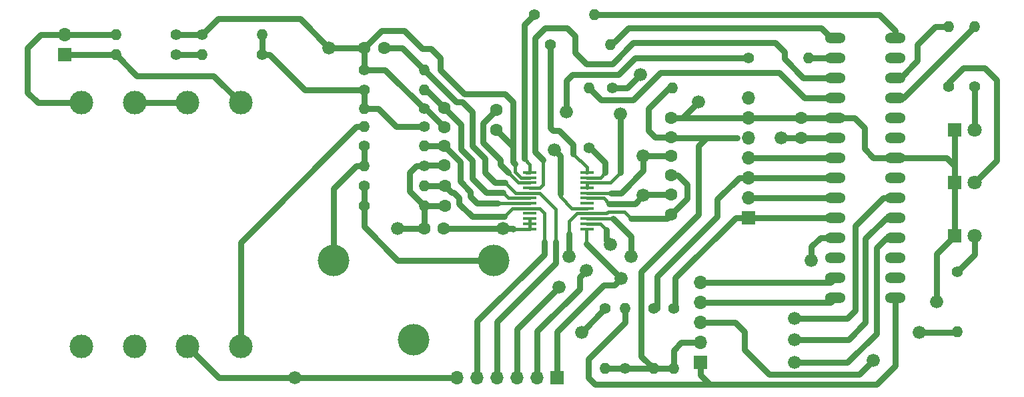
<source format=gbl>
G04 #@! TF.GenerationSoftware,KiCad,Pcbnew,(5.0.0)*
G04 #@! TF.CreationDate,2018-12-01T14:38:14-05:00*
G04 #@! TF.ProjectId,Power Sense 3.0,506F7765722053656E736520332E302E,rev?*
G04 #@! TF.SameCoordinates,Original*
G04 #@! TF.FileFunction,Copper,L2,Bot,Signal*
G04 #@! TF.FilePolarity,Positive*
%FSLAX46Y46*%
G04 Gerber Fmt 4.6, Leading zero omitted, Abs format (unit mm)*
G04 Created by KiCad (PCBNEW (5.0.0)) date 12/01/18 14:38:14*
%MOMM*%
%LPD*%
G01*
G04 APERTURE LIST*
G04 #@! TA.AperFunction,ComponentPad*
%ADD10C,3.000000*%
G04 #@! TD*
G04 #@! TA.AperFunction,ComponentPad*
%ADD11O,1.400000X1.400000*%
G04 #@! TD*
G04 #@! TA.AperFunction,ComponentPad*
%ADD12C,1.400000*%
G04 #@! TD*
G04 #@! TA.AperFunction,ComponentPad*
%ADD13C,1.600000*%
G04 #@! TD*
G04 #@! TA.AperFunction,ComponentPad*
%ADD14R,1.800000X1.800000*%
G04 #@! TD*
G04 #@! TA.AperFunction,ComponentPad*
%ADD15C,1.800000*%
G04 #@! TD*
G04 #@! TA.AperFunction,SMDPad,CuDef*
%ADD16R,1.676400X0.431800*%
G04 #@! TD*
G04 #@! TA.AperFunction,ComponentPad*
%ADD17R,1.700000X1.700000*%
G04 #@! TD*
G04 #@! TA.AperFunction,ComponentPad*
%ADD18O,1.700000X1.700000*%
G04 #@! TD*
G04 #@! TA.AperFunction,ComponentPad*
%ADD19C,4.000000*%
G04 #@! TD*
G04 #@! TA.AperFunction,ComponentPad*
%ADD20O,2.641600X1.320800*%
G04 #@! TD*
G04 #@! TA.AperFunction,ComponentPad*
%ADD21C,1.676400*%
G04 #@! TD*
G04 #@! TA.AperFunction,ViaPad*
%ADD22C,1.676400*%
G04 #@! TD*
G04 #@! TA.AperFunction,Conductor*
%ADD23C,0.762000*%
G04 #@! TD*
G04 #@! TA.AperFunction,Conductor*
%ADD24C,0.406400*%
G04 #@! TD*
G04 APERTURE END LIST*
D10*
G04 #@! TO.P,T2,1*
G04 #@! TO.N,/H*
X98996500Y-65659000D03*
G04 #@! TO.P,T2,2*
G04 #@! TO.N,Net-(T2-Pad2)*
X92265500Y-65659000D03*
G04 #@! TO.P,T2,3*
X85534500Y-65659000D03*
G04 #@! TO.P,T2,4*
G04 #@! TO.N,/N*
X78803500Y-65659000D03*
G04 #@! TO.P,T2,5*
G04 #@! TO.N,Net-(R5-Pad2)*
X98996500Y-96647000D03*
G04 #@! TO.P,T2,6*
G04 #@! TO.N,GND*
X92265500Y-96647000D03*
G04 #@! TO.P,T2,7*
G04 #@! TO.N,Net-(T2-Pad7)*
X85534500Y-96647000D03*
G04 #@! TO.P,T2,8*
G04 #@! TO.N,Net-(T2-Pad8)*
X78803500Y-96647000D03*
G04 #@! TD*
D11*
G04 #@! TO.P,R16,2*
G04 #@! TO.N,/+5V*
X151447500Y-99441000D03*
D12*
G04 #@! TO.P,R16,1*
G04 #@! TO.N,/SPI_CLK*
X151447500Y-91821000D03*
G04 #@! TD*
D13*
G04 #@! TO.P,C1,1*
G04 #@! TO.N,GND*
X124968000Y-78740000D03*
G04 #@! TO.P,C1,2*
G04 #@! TO.N,/CH0+*
X124968000Y-76240000D03*
G04 #@! TD*
G04 #@! TO.P,C2,1*
G04 #@! TO.N,Net-(C2-Pad1)*
X124841000Y-71120000D03*
G04 #@! TO.P,C2,2*
G04 #@! TO.N,GND*
X124841000Y-73620000D03*
G04 #@! TD*
G04 #@! TO.P,C3,1*
G04 #@! TO.N,GND*
X124841000Y-68794000D03*
G04 #@! TO.P,C3,2*
G04 #@! TO.N,Net-(C3-Pad2)*
X124841000Y-66294000D03*
G04 #@! TD*
G04 #@! TO.P,C4,1*
G04 #@! TO.N,/CH1+*
X117221000Y-58674000D03*
G04 #@! TO.P,C4,2*
G04 #@! TO.N,GND*
X114721000Y-58674000D03*
G04 #@! TD*
G04 #@! TO.P,C5,1*
G04 #@! TO.N,Net-(C5-Pad1)*
X131445000Y-66588000D03*
G04 #@! TO.P,C5,2*
G04 #@! TO.N,GND*
X131445000Y-69088000D03*
G04 #@! TD*
G04 #@! TO.P,C6,1*
G04 #@! TO.N,GND*
X122301000Y-81661000D03*
G04 #@! TO.P,C6,2*
G04 #@! TO.N,Net-(C6-Pad2)*
X124801000Y-81661000D03*
G04 #@! TD*
G04 #@! TO.P,C7,1*
G04 #@! TO.N,GND*
X153670000Y-67564000D03*
G04 #@! TO.P,C7,2*
G04 #@! TO.N,/+5V*
X153670000Y-70064000D03*
G04 #@! TD*
G04 #@! TO.P,C8,1*
G04 #@! TO.N,Net-(C8-Pad1)*
X153670000Y-77343000D03*
G04 #@! TO.P,C8,2*
G04 #@! TO.N,GND*
X153670000Y-79843000D03*
G04 #@! TD*
G04 #@! TO.P,C9,1*
G04 #@! TO.N,Net-(C9-Pad1)*
X153670000Y-72390000D03*
G04 #@! TO.P,C9,2*
G04 #@! TO.N,GND*
X153670000Y-74890000D03*
G04 #@! TD*
G04 #@! TO.P,C10,1*
G04 #@! TO.N,Net-(C10-Pad1)*
X170180000Y-70104000D03*
G04 #@! TO.P,C10,2*
G04 #@! TO.N,GND*
X170180000Y-67604000D03*
G04 #@! TD*
D14*
G04 #@! TO.P,D1,1*
G04 #@! TO.N,GND*
X189611000Y-82550000D03*
D15*
G04 #@! TO.P,D1,2*
G04 #@! TO.N,Net-(D1-Pad2)*
X192151000Y-82550000D03*
G04 #@! TD*
D14*
G04 #@! TO.P,D2,1*
G04 #@! TO.N,GND*
X189611000Y-69088000D03*
D15*
G04 #@! TO.P,D2,2*
G04 #@! TO.N,Net-(D2-Pad2)*
X192151000Y-69088000D03*
G04 #@! TD*
D14*
G04 #@! TO.P,D3,1*
G04 #@! TO.N,GND*
X189611000Y-75819000D03*
D15*
G04 #@! TO.P,D3,2*
G04 #@! TO.N,Net-(D3-Pad2)*
X192151000Y-75819000D03*
G04 #@! TD*
D16*
G04 #@! TO.P,IC1,1*
G04 #@! TO.N,Net-(C6-Pad2)*
X135699500Y-81679999D03*
G04 #@! TO.P,IC1,2*
X135699500Y-81030000D03*
G04 #@! TO.P,IC1,3*
X135699500Y-80380002D03*
G04 #@! TO.P,IC1,4*
G04 #@! TO.N,Net-(IC1-Pad4)*
X135699500Y-79730001D03*
G04 #@! TO.P,IC1,5*
G04 #@! TO.N,/CH0+*
X135699500Y-79080002D03*
G04 #@! TO.P,IC1,6*
G04 #@! TO.N,Net-(C2-Pad1)*
X135699500Y-78430001D03*
G04 #@! TO.P,IC1,7*
G04 #@! TO.N,Net-(C3-Pad2)*
X135699500Y-77780002D03*
G04 #@! TO.P,IC1,8*
G04 #@! TO.N,/CH1+*
X135699500Y-77130001D03*
G04 #@! TO.P,IC1,9*
G04 #@! TO.N,/MCLR*
X135699500Y-76480002D03*
G04 #@! TO.P,IC1,10*
G04 #@! TO.N,Net-(C5-Pad1)*
X135699500Y-75830001D03*
G04 #@! TO.P,IC1,11*
G04 #@! TO.N,GND*
X135699500Y-75180002D03*
G04 #@! TO.P,IC1,12*
G04 #@! TO.N,/SCK*
X135699500Y-74530001D03*
G04 #@! TO.P,IC1,13*
G04 #@! TO.N,/SDI*
X142938500Y-74530001D03*
G04 #@! TO.P,IC1,14*
G04 #@! TO.N,/MCP_CS_TO_PIC*
X142938500Y-75180000D03*
G04 #@! TO.P,IC1,15*
G04 #@! TO.N,GND*
X142938500Y-75830001D03*
G04 #@! TO.P,IC1,16*
X142938500Y-76479999D03*
G04 #@! TO.P,IC1,17*
G04 #@! TO.N,Net-(C9-Pad1)*
X142938500Y-77130001D03*
G04 #@! TO.P,IC1,18*
G04 #@! TO.N,Net-(C8-Pad1)*
X142938500Y-77779999D03*
G04 #@! TO.P,IC1,19*
G04 #@! TO.N,Net-(IC1-Pad19)*
X142938500Y-78429998D03*
G04 #@! TO.P,IC1,20*
G04 #@! TO.N,/SDO*
X142938500Y-79079999D03*
G04 #@! TO.P,IC1,21*
G04 #@! TO.N,GND*
X142938500Y-79729998D03*
G04 #@! TO.P,IC1,22*
G04 #@! TO.N,/HFtoPIC*
X142938500Y-80379999D03*
G04 #@! TO.P,IC1,23*
G04 #@! TO.N,/Fo1toPIC*
X142938500Y-81029998D03*
G04 #@! TO.P,IC1,24*
G04 #@! TO.N,/Fo0toPIC*
X142938500Y-81679999D03*
G04 #@! TD*
D17*
G04 #@! TO.P,J1,1*
G04 #@! TO.N,/H*
X76657200Y-59512200D03*
D18*
G04 #@! TO.P,J1,2*
G04 #@! TO.N,/N*
X76657200Y-56972200D03*
G04 #@! TD*
D17*
G04 #@! TO.P,J2,1*
G04 #@! TO.N,/5V_PULL_UP*
X157353000Y-98679000D03*
D18*
G04 #@! TO.P,J2,2*
G04 #@! TO.N,/+5V*
X157353000Y-96139000D03*
G04 #@! TO.P,J2,3*
G04 #@! TO.N,GND*
X157353000Y-93599000D03*
G04 #@! TO.P,J2,4*
G04 #@! TO.N,/PROG_CLK*
X157353000Y-91059000D03*
G04 #@! TO.P,J2,5*
G04 #@! TO.N,/PROG_DI*
X157353000Y-88519000D03*
G04 #@! TD*
D12*
G04 #@! TO.P,R2,1*
G04 #@! TO.N,Net-(R2-Pad1)*
X114681000Y-78740000D03*
D11*
G04 #@! TO.P,R2,2*
G04 #@! TO.N,GND*
X122301000Y-78740000D03*
G04 #@! TD*
D12*
G04 #@! TO.P,R3,1*
G04 #@! TO.N,GND*
X122301000Y-73660000D03*
D11*
G04 #@! TO.P,R3,2*
G04 #@! TO.N,Net-(R3-Pad2)*
X114681000Y-73660000D03*
G04 #@! TD*
D12*
G04 #@! TO.P,R6,1*
G04 #@! TO.N,Net-(R2-Pad1)*
X114681000Y-76200000D03*
D11*
G04 #@! TO.P,R6,2*
G04 #@! TO.N,/CH0+*
X122301000Y-76200000D03*
G04 #@! TD*
D12*
G04 #@! TO.P,R7,1*
G04 #@! TO.N,Net-(R3-Pad2)*
X114681000Y-71120000D03*
D11*
G04 #@! TO.P,R7,2*
G04 #@! TO.N,Net-(C2-Pad1)*
X122301000Y-71120000D03*
G04 #@! TD*
D12*
G04 #@! TO.P,R8,1*
G04 #@! TO.N,Net-(R1-Pad1)*
X114681000Y-64008000D03*
D11*
G04 #@! TO.P,R8,2*
G04 #@! TO.N,Net-(C3-Pad2)*
X122301000Y-64008000D03*
G04 #@! TD*
D12*
G04 #@! TO.P,R9,1*
G04 #@! TO.N,GND*
X114681000Y-61468000D03*
D11*
G04 #@! TO.P,R9,2*
G04 #@! TO.N,/CH1+*
X122301000Y-61468000D03*
G04 #@! TD*
D12*
G04 #@! TO.P,R10,1*
G04 #@! TO.N,Net-(D1-Pad2)*
X189992000Y-87122000D03*
D11*
G04 #@! TO.P,R10,2*
G04 #@! TO.N,/LED_TO_25*
X189992000Y-94742000D03*
G04 #@! TD*
D12*
G04 #@! TO.P,R11,1*
G04 #@! TO.N,Net-(C6-Pad2)*
X145288000Y-91821000D03*
D11*
G04 #@! TO.P,R11,2*
G04 #@! TO.N,/+5V*
X145288000Y-99441000D03*
G04 #@! TD*
D12*
G04 #@! TO.P,R13,1*
G04 #@! TO.N,/+5V*
X147828000Y-99441000D03*
D11*
G04 #@! TO.P,R13,2*
G04 #@! TO.N,/5V_PULL_UP*
X147828000Y-91821000D03*
G04 #@! TD*
D12*
G04 #@! TO.P,R14,1*
G04 #@! TO.N,Net-(C10-Pad1)*
X146177000Y-63754000D03*
D11*
G04 #@! TO.P,R14,2*
G04 #@! TO.N,/+5V*
X153797000Y-63754000D03*
G04 #@! TD*
D12*
G04 #@! TO.P,R15,1*
G04 #@! TO.N,/SPI_MD_IN*
X153987500Y-91821000D03*
D11*
G04 #@! TO.P,R15,2*
G04 #@! TO.N,/+5V*
X153987500Y-99441000D03*
G04 #@! TD*
D12*
G04 #@! TO.P,R17,1*
G04 #@! TO.N,/SCK*
X136271000Y-54483000D03*
D11*
G04 #@! TO.P,R17,2*
G04 #@! TO.N,Net-(R17-Pad2)*
X143891000Y-54483000D03*
G04 #@! TD*
D12*
G04 #@! TO.P,R18,1*
G04 #@! TO.N,/SDI*
X138303000Y-58293000D03*
D11*
G04 #@! TO.P,R18,2*
G04 #@! TO.N,Net-(R18-Pad2)*
X145923000Y-58293000D03*
G04 #@! TD*
D12*
G04 #@! TO.P,R19,1*
G04 #@! TO.N,/SDO*
X163449000Y-59944000D03*
D11*
G04 #@! TO.P,R19,2*
G04 #@! TO.N,Net-(R19-Pad2)*
X171069000Y-59944000D03*
G04 #@! TD*
D12*
G04 #@! TO.P,R21,1*
G04 #@! TO.N,/MCP_CS_TO_PIC*
X143256000Y-71374000D03*
D11*
G04 #@! TO.P,R21,2*
G04 #@! TO.N,Net-(R21-Pad2)*
X143256000Y-63754000D03*
G04 #@! TD*
D12*
G04 #@! TO.P,R22,1*
G04 #@! TO.N,Net-(D2-Pad2)*
X192151000Y-63627000D03*
D11*
G04 #@! TO.P,R22,2*
G04 #@! TO.N,/LED_TO_11*
X192151000Y-56007000D03*
G04 #@! TD*
D12*
G04 #@! TO.P,R23,1*
G04 #@! TO.N,Net-(D3-Pad2)*
X188849000Y-63627000D03*
D11*
G04 #@! TO.P,R23,2*
G04 #@! TO.N,/LED_TO_12*
X188849000Y-56007000D03*
G04 #@! TD*
D19*
G04 #@! TO.P,T1,3*
G04 #@! TO.N,N/C*
X120967500Y-95811500D03*
G04 #@! TO.P,T1,2*
G04 #@! TO.N,Net-(R3-Pad2)*
X110807500Y-85671500D03*
G04 #@! TO.P,T1,1*
G04 #@! TO.N,Net-(R2-Pad1)*
X131127500Y-85671500D03*
G04 #@! TD*
D20*
G04 #@! TO.P,U1,1*
G04 #@! TO.N,/5V_PULL_UP*
X182118000Y-90424000D03*
G04 #@! TO.P,U1,2*
G04 #@! TO.N,Net-(U1-Pad2)*
X182118000Y-87884000D03*
G04 #@! TO.P,U1,3*
G04 #@! TO.N,Net-(U1-Pad3)*
X182118000Y-85344000D03*
G04 #@! TO.P,U1,4*
G04 #@! TO.N,/Fo0toPIC*
X182118000Y-82804000D03*
G04 #@! TO.P,U1,5*
G04 #@! TO.N,/HFtoPIC*
X182118000Y-80264000D03*
G04 #@! TO.P,U1,6*
G04 #@! TO.N,/Fo1toPIC*
X182118000Y-77724000D03*
G04 #@! TO.P,U1,7*
G04 #@! TO.N,Net-(U1-Pad7)*
X182118000Y-75184000D03*
G04 #@! TO.P,U1,8*
G04 #@! TO.N,GND*
X182118000Y-72644000D03*
G04 #@! TO.P,U1,9*
G04 #@! TO.N,Net-(U1-Pad9)*
X182118000Y-70104000D03*
G04 #@! TO.P,U1,10*
G04 #@! TO.N,Net-(U1-Pad10)*
X182118000Y-67564000D03*
G04 #@! TO.P,U1,11*
G04 #@! TO.N,/LED_TO_11*
X182118000Y-65024000D03*
G04 #@! TO.P,U1,12*
G04 #@! TO.N,/LED_TO_12*
X182118000Y-62484000D03*
G04 #@! TO.P,U1,13*
G04 #@! TO.N,Net-(U1-Pad13)*
X182118000Y-59944000D03*
G04 #@! TO.P,U1,14*
G04 #@! TO.N,Net-(R17-Pad2)*
X182118000Y-57404000D03*
G04 #@! TO.P,U1,15*
G04 #@! TO.N,Net-(R18-Pad2)*
X174498000Y-57404000D03*
G04 #@! TO.P,U1,16*
G04 #@! TO.N,Net-(R19-Pad2)*
X174498000Y-59944000D03*
G04 #@! TO.P,U1,17*
G04 #@! TO.N,/MCLR*
X174498000Y-62484000D03*
G04 #@! TO.P,U1,18*
G04 #@! TO.N,Net-(R21-Pad2)*
X174498000Y-65024000D03*
G04 #@! TO.P,U1,19*
G04 #@! TO.N,GND*
X174498000Y-67564000D03*
G04 #@! TO.P,U1,20*
G04 #@! TO.N,Net-(C10-Pad1)*
X174498000Y-70104000D03*
G04 #@! TO.P,U1,21*
G04 #@! TO.N,/CHIP_SELECT*
X174498000Y-72644000D03*
G04 #@! TO.P,U1,22*
G04 #@! TO.N,/SPI_CLK*
X174498000Y-75184000D03*
G04 #@! TO.P,U1,23*
G04 #@! TO.N,/SPI_MD_OUT*
X174498000Y-77724000D03*
G04 #@! TO.P,U1,24*
G04 #@! TO.N,/SPI_MD_IN*
X174498000Y-80264000D03*
G04 #@! TO.P,U1,25*
G04 #@! TO.N,/LED_TO_25*
X174498000Y-82804000D03*
G04 #@! TO.P,U1,26*
G04 #@! TO.N,Net-(U1-Pad26)*
X174498000Y-85344000D03*
G04 #@! TO.P,U1,27*
G04 #@! TO.N,/PROG_DI*
X174498000Y-87884000D03*
G04 #@! TO.P,U1,28*
G04 #@! TO.N,/PROG_CLK*
X174498000Y-90424000D03*
G04 #@! TD*
D21*
G04 #@! TO.P,Y1,1*
G04 #@! TO.N,Net-(C8-Pad1)*
X150114000Y-77430000D03*
G04 #@! TO.P,Y1,2*
G04 #@! TO.N,Net-(C9-Pad1)*
X150114000Y-72430000D03*
G04 #@! TD*
D12*
G04 #@! TO.P,R12,1*
G04 #@! TO.N,GND*
X122301000Y-66421000D03*
D11*
G04 #@! TO.P,R12,2*
G04 #@! TO.N,Net-(R1-Pad1)*
X114681000Y-66421000D03*
G04 #@! TD*
D12*
G04 #@! TO.P,R1,1*
G04 #@! TO.N,Net-(R1-Pad1)*
X101727000Y-59563000D03*
D11*
G04 #@! TO.P,R1,2*
G04 #@! TO.N,Net-(R1-Pad2)*
X94107000Y-59563000D03*
G04 #@! TD*
D12*
G04 #@! TO.P,R4,1*
G04 #@! TO.N,GND*
X94107000Y-57023000D03*
D11*
G04 #@! TO.P,R4,2*
G04 #@! TO.N,Net-(R1-Pad1)*
X101727000Y-57023000D03*
G04 #@! TD*
G04 #@! TO.P,R5,2*
G04 #@! TO.N,Net-(R5-Pad2)*
X114681000Y-68707000D03*
D12*
G04 #@! TO.P,R5,1*
G04 #@! TO.N,Net-(R1-Pad1)*
X122301000Y-68707000D03*
G04 #@! TD*
D18*
G04 #@! TO.P,J4,6*
G04 #@! TO.N,GND*
X126492000Y-100584000D03*
G04 #@! TO.P,J4,5*
G04 #@! TO.N,/CH0+*
X129032000Y-100584000D03*
G04 #@! TO.P,J4,4*
G04 #@! TO.N,/CH1+*
X131572000Y-100584000D03*
G04 #@! TO.P,J4,3*
G04 #@! TO.N,/HFtoPIC*
X134112000Y-100584000D03*
G04 #@! TO.P,J4,2*
G04 #@! TO.N,/Fo1toPIC*
X136652000Y-100584000D03*
D17*
G04 #@! TO.P,J4,1*
G04 #@! TO.N,/Fo0toPIC*
X139192000Y-100584000D03*
G04 #@! TD*
D12*
G04 #@! TO.P,R20,1*
G04 #@! TO.N,Net-(R1-Pad2)*
X90805000Y-59563000D03*
D11*
G04 #@! TO.P,R20,2*
G04 #@! TO.N,/H*
X83185000Y-59563000D03*
G04 #@! TD*
G04 #@! TO.P,R24,2*
G04 #@! TO.N,/N*
X83185000Y-57023000D03*
D12*
G04 #@! TO.P,R24,1*
G04 #@! TO.N,GND*
X90805000Y-57023000D03*
G04 #@! TD*
D17*
G04 #@! TO.P,J3,1*
G04 #@! TO.N,/SPI_MD_IN*
X163449000Y-80264000D03*
D18*
G04 #@! TO.P,J3,2*
G04 #@! TO.N,/SPI_MD_OUT*
X163449000Y-77724000D03*
G04 #@! TO.P,J3,3*
G04 #@! TO.N,/SPI_CLK*
X163449000Y-75184000D03*
G04 #@! TO.P,J3,4*
G04 #@! TO.N,/CHIP_SELECT*
X163449000Y-72644000D03*
G04 #@! TO.P,J3,5*
G04 #@! TO.N,/+5V*
X163449000Y-70104000D03*
G04 #@! TO.P,J3,6*
G04 #@! TO.N,GND*
X163449000Y-67564000D03*
G04 #@! TO.P,J3,7*
G04 #@! TO.N,/+12V*
X163449000Y-65024000D03*
G04 #@! TD*
D22*
G04 #@! TO.N,GND*
X105918000Y-100584000D03*
X118935500Y-81661000D03*
X110236000Y-58674000D03*
X179324000Y-98425000D03*
X187325000Y-90932000D03*
X157099000Y-65532000D03*
X147193000Y-67056000D03*
X140716000Y-85153500D03*
G04 #@! TO.N,Net-(C6-Pad2)*
X142303500Y-94805500D03*
X132270500Y-81661000D03*
G04 #@! TO.N,Net-(C10-Pad1)*
X167640000Y-70104000D03*
X149733000Y-62103000D03*
G04 #@! TO.N,/SDO*
X138811000Y-71628000D03*
X140335000Y-66802000D03*
G04 #@! TO.N,/HFtoPIC*
X139446000Y-89090500D03*
X169291000Y-95758000D03*
X148590000Y-85217000D03*
G04 #@! TO.N,/Fo1toPIC*
X142875000Y-86995000D03*
X169291000Y-93091000D03*
X145923000Y-83693000D03*
G04 #@! TO.N,/Fo0toPIC*
X169291000Y-98679000D03*
X147320000Y-88011000D03*
G04 #@! TO.N,/LED_TO_25*
X185166000Y-94869000D03*
X171450000Y-85725000D03*
G04 #@! TD*
D23*
G04 #@! TO.N,GND*
X153670000Y-74890000D02*
X154519000Y-74890000D01*
X155702000Y-77811000D02*
X153670000Y-79843000D01*
X155702000Y-76073000D02*
X155702000Y-77811000D01*
X154519000Y-74890000D02*
X155702000Y-76073000D01*
X187325000Y-90932000D02*
X187325000Y-84836000D01*
X187325000Y-84836000D02*
X189611000Y-82550000D01*
X155067000Y-67564000D02*
X157099000Y-65532000D01*
X155067000Y-67564000D02*
X153670000Y-67564000D01*
X147193000Y-67056000D02*
X147193000Y-74549000D01*
D24*
X145911999Y-75830001D02*
X147193000Y-74549000D01*
X145911999Y-75830001D02*
X142938500Y-75830001D01*
X134616002Y-75180002D02*
X133858000Y-74422000D01*
X133858000Y-74422000D02*
X133858000Y-73787000D01*
X135699500Y-75180002D02*
X134616002Y-75180002D01*
D23*
X153122000Y-80391000D02*
X148590000Y-80391000D01*
D24*
X145441002Y-79729998D02*
X145669000Y-79502000D01*
X145669000Y-79502000D02*
X147701000Y-79502000D01*
X147701000Y-79502000D02*
X148590000Y-80391000D01*
X145441002Y-79729998D02*
X142938500Y-79729998D01*
D23*
X153122000Y-80391000D02*
X153670000Y-79843000D01*
X153670000Y-79843000D02*
X153710000Y-79843000D01*
X162052000Y-67564000D02*
X155067000Y-67564000D01*
D24*
X142938500Y-75830001D02*
X142938500Y-76479999D01*
D23*
X169418000Y-67604000D02*
X162092000Y-67604000D01*
X163489000Y-67604000D02*
X163449000Y-67564000D01*
X174498000Y-67564000D02*
X169458000Y-67564000D01*
X169458000Y-67564000D02*
X169418000Y-67604000D01*
X182118000Y-72644000D02*
X179324000Y-72644000D01*
X176911000Y-67564000D02*
X174498000Y-67564000D01*
X178181000Y-68834000D02*
X176911000Y-67564000D01*
X178181000Y-71501000D02*
X178181000Y-68834000D01*
X179324000Y-72644000D02*
X178181000Y-71501000D01*
X182118000Y-72644000D02*
X188595000Y-72644000D01*
X188595000Y-72644000D02*
X189611000Y-73660000D01*
X189611000Y-82550000D02*
X189611000Y-75819000D01*
X189611000Y-69088000D02*
X189611000Y-73660000D01*
X189611000Y-73660000D02*
X189611000Y-75819000D01*
X177546000Y-100203000D02*
X179324000Y-98425000D01*
X166116000Y-100203000D02*
X177546000Y-100203000D01*
X162941000Y-97028000D02*
X166116000Y-100203000D01*
X162941000Y-94742000D02*
X162941000Y-97028000D01*
X157353000Y-93599000D02*
X161798000Y-93599000D01*
X161798000Y-93599000D02*
X162941000Y-94742000D01*
X94157800Y-56972200D02*
X94234000Y-56896000D01*
X110236000Y-58674000D02*
X114721000Y-58674000D01*
X122468000Y-66421000D02*
X124841000Y-68794000D01*
X122301000Y-66421000D02*
X122468000Y-66421000D01*
X114721000Y-61428000D02*
X114681000Y-61468000D01*
X114721000Y-58674000D02*
X114721000Y-61428000D01*
D24*
X133858000Y-73787000D02*
X133858000Y-73406000D01*
D23*
X133858000Y-73406000D02*
X133604000Y-73152000D01*
X132244999Y-69887999D02*
X133604000Y-71247000D01*
X131445000Y-69088000D02*
X132244999Y-69887999D01*
X133604000Y-73152000D02*
X133604000Y-71247000D01*
X116880000Y-56515000D02*
X114721000Y-58674000D01*
X119761000Y-56515000D02*
X116880000Y-56515000D01*
X122047000Y-58801000D02*
X119761000Y-56515000D01*
X133604000Y-65532000D02*
X132588000Y-64516000D01*
X133604000Y-71247000D02*
X133604000Y-65532000D01*
X123190000Y-58801000D02*
X122047000Y-58801000D01*
X132588000Y-64516000D02*
X127381000Y-64516000D01*
X127381000Y-64516000D02*
X124333000Y-61468000D01*
X124333000Y-61468000D02*
X124333000Y-59944000D01*
X124333000Y-59944000D02*
X123190000Y-58801000D01*
X90805000Y-57023000D02*
X94107000Y-57023000D01*
X106553000Y-54991000D02*
X110236000Y-58674000D01*
X94107000Y-57023000D02*
X96139000Y-54991000D01*
X96139000Y-54991000D02*
X106553000Y-54991000D01*
X122341000Y-73620000D02*
X122301000Y-73660000D01*
X124841000Y-73620000D02*
X122341000Y-73620000D01*
X122301000Y-78740000D02*
X124968000Y-78740000D01*
X122301000Y-78740000D02*
X122301000Y-81661000D01*
D24*
X141693900Y-79729998D02*
X140716000Y-80707898D01*
X140716000Y-80707898D02*
X140716000Y-82296000D01*
X142938500Y-79729998D02*
X141693900Y-79729998D01*
D23*
X140716000Y-83968107D02*
X140716000Y-82296000D01*
X140716000Y-85153500D02*
X140716000Y-83968107D01*
X121311051Y-73660000D02*
X120459500Y-74511551D01*
X122301000Y-73660000D02*
X121311051Y-73660000D01*
X120459500Y-74511551D02*
X120459500Y-76898500D01*
X120459500Y-76898500D02*
X122301000Y-78740000D01*
X117348000Y-61468000D02*
X122301000Y-66421000D01*
X114681000Y-61468000D02*
X117348000Y-61468000D01*
X96202500Y-100584000D02*
X110680500Y-100584000D01*
X92265500Y-96647000D02*
X96202500Y-100584000D01*
X118935500Y-81661000D02*
X122301000Y-81661000D01*
X110680500Y-100584000D02*
X126492000Y-100584000D01*
D24*
G04 #@! TO.N,Net-(C2-Pad1)*
X135699500Y-78430001D02*
X131627999Y-78430001D01*
D23*
X122301000Y-71120000D02*
X124841000Y-71120000D01*
X124841000Y-71120000D02*
X126873000Y-73152000D01*
X131620498Y-78422500D02*
X131627999Y-78430001D01*
X129032000Y-78422500D02*
X131620498Y-78422500D01*
X128193801Y-77584301D02*
X129032000Y-78422500D01*
X128193801Y-76969418D02*
X128193801Y-77584301D01*
X126873000Y-75648617D02*
X128193801Y-76969418D01*
X126873000Y-73152000D02*
X126873000Y-75648617D01*
D24*
G04 #@! TO.N,Net-(C3-Pad2)*
X133025002Y-77780002D02*
X132334000Y-77089000D01*
X133533002Y-77780002D02*
X135699500Y-77780002D01*
X133533002Y-77780002D02*
X133025002Y-77780002D01*
D23*
X122555000Y-64008000D02*
X124841000Y-66294000D01*
X122301000Y-64008000D02*
X122555000Y-64008000D01*
X127000000Y-68453000D02*
X124841000Y-66294000D01*
X127000000Y-71596013D02*
X127000000Y-68453000D01*
X128397000Y-72993013D02*
X127000000Y-71596013D01*
X128397000Y-75311000D02*
X128397000Y-72993013D01*
X132334000Y-77089000D02*
X130175000Y-77089000D01*
X130175000Y-77089000D02*
X128397000Y-75311000D01*
D24*
G04 #@! TO.N,Net-(C5-Pad1)*
X134250001Y-75830001D02*
X132969000Y-74549000D01*
X134250001Y-75830001D02*
X135699500Y-75830001D01*
D23*
X129794000Y-68239000D02*
X131445000Y-66588000D01*
X129794000Y-68239000D02*
X129794000Y-70739000D01*
X129794000Y-70739000D02*
X131953000Y-72898000D01*
X131953000Y-73533000D02*
X132969000Y-74549000D01*
X131953000Y-72898000D02*
X131953000Y-73533000D01*
D24*
G04 #@! TO.N,Net-(C6-Pad2)*
X135699500Y-81030000D02*
X135699500Y-80380002D01*
X135699500Y-81679999D02*
X135699500Y-81030000D01*
D23*
X133585001Y-81661000D02*
X133604000Y-81679999D01*
X124801000Y-81661000D02*
X127381000Y-81661000D01*
D24*
X135699500Y-81679999D02*
X133604000Y-81679999D01*
X133604000Y-81679999D02*
X133368999Y-81679999D01*
D23*
X127381000Y-81661000D02*
X132270500Y-81661000D01*
X132270500Y-81661000D02*
X133585001Y-81661000D01*
X145288000Y-91821000D02*
X142303500Y-94805500D01*
G04 #@! TO.N,/+5V*
X153797000Y-63754000D02*
X153416000Y-63754000D01*
X153416000Y-63754000D02*
X150749000Y-66421000D01*
X150749000Y-66421000D02*
X150749000Y-69215000D01*
X150749000Y-69215000D02*
X151598000Y-70064000D01*
X151598000Y-70064000D02*
X153670000Y-70064000D01*
X162052000Y-70104000D02*
X158115000Y-70104000D01*
X158115000Y-70104000D02*
X153710000Y-70104000D01*
X153710000Y-70104000D02*
X153670000Y-70064000D01*
X145542000Y-99441000D02*
X147955000Y-99441000D01*
X147828000Y-99441000D02*
X151447500Y-99441000D01*
X153987500Y-99441000D02*
X151447500Y-99441000D01*
X153987500Y-99441000D02*
X153987500Y-97091500D01*
X154940000Y-96139000D02*
X157353000Y-96139000D01*
X153987500Y-97091500D02*
X154940000Y-96139000D01*
X149860000Y-97853500D02*
X151447500Y-99441000D01*
X149860000Y-87122000D02*
X149860000Y-97853500D01*
X157099000Y-79883000D02*
X149860000Y-87122000D01*
X158115000Y-70104000D02*
X157099000Y-71120000D01*
X157099000Y-71120000D02*
X157099000Y-79883000D01*
G04 #@! TO.N,Net-(C8-Pad1)*
X145796000Y-78486000D02*
X149058000Y-78486000D01*
D24*
X142938500Y-77779999D02*
X145089999Y-77779999D01*
X145089999Y-77779999D02*
X145796000Y-78486000D01*
D23*
X149058000Y-78486000D02*
X150114000Y-77430000D01*
X153670000Y-77343000D02*
X150201000Y-77343000D01*
X150201000Y-77343000D02*
X150114000Y-77430000D01*
G04 #@! TO.N,Net-(C9-Pad1)*
X146008999Y-77130001D02*
X147278999Y-77130001D01*
D24*
X142938500Y-77130001D02*
X146008999Y-77130001D01*
D23*
X150114000Y-74295000D02*
X150114000Y-72430000D01*
X147278999Y-77130001D02*
X150114000Y-74295000D01*
X153670000Y-72390000D02*
X150154000Y-72390000D01*
X150154000Y-72390000D02*
X150114000Y-72430000D01*
G04 #@! TO.N,Net-(C10-Pad1)*
X167640000Y-70104000D02*
X169418000Y-70104000D01*
X169418000Y-70104000D02*
X174498000Y-70104000D01*
X148082000Y-63754000D02*
X146177000Y-63754000D01*
X149733000Y-62103000D02*
X148082000Y-63754000D01*
G04 #@! TO.N,Net-(D1-Pad2)*
X192151000Y-82550000D02*
X192151000Y-84963000D01*
X192151000Y-84963000D02*
X189992000Y-87122000D01*
G04 #@! TO.N,Net-(D2-Pad2)*
X192151000Y-63627000D02*
X192151000Y-69088000D01*
G04 #@! TO.N,Net-(D3-Pad2)*
X188849000Y-63627000D02*
X188849000Y-63119000D01*
X188849000Y-63119000D02*
X190754000Y-61214000D01*
X190754000Y-61214000D02*
X193421000Y-61214000D01*
X193421000Y-61214000D02*
X194945000Y-62738000D01*
X194945000Y-62738000D02*
X194945000Y-73025000D01*
X194945000Y-73025000D02*
X192151000Y-75819000D01*
D24*
G04 #@! TO.N,/MCLR*
X137414000Y-72898000D02*
X137414000Y-76073000D01*
X135699500Y-76480002D02*
X137006998Y-76480002D01*
X137414000Y-76073000D02*
X137006998Y-76480002D01*
D23*
X136383799Y-71867799D02*
X137414000Y-72898000D01*
X136383799Y-57418201D02*
X136383799Y-71867799D01*
X137668000Y-56134000D02*
X136383799Y-57418201D01*
X140462000Y-56134000D02*
X137668000Y-56134000D01*
X141478000Y-57150000D02*
X140462000Y-56134000D01*
X141478000Y-59309000D02*
X141478000Y-57150000D01*
X146177000Y-60706000D02*
X142875000Y-60706000D01*
X170434000Y-62484000D02*
X168021000Y-60071000D01*
X174498000Y-62484000D02*
X170434000Y-62484000D01*
X168021000Y-60071000D02*
X168021000Y-59182000D01*
X168021000Y-59182000D02*
X166878000Y-58039000D01*
X166878000Y-58039000D02*
X148844000Y-58039000D01*
X142875000Y-60706000D02*
X141478000Y-59309000D01*
X148844000Y-58039000D02*
X146177000Y-60706000D01*
D24*
G04 #@! TO.N,/SCK*
X135699500Y-73469500D02*
X135001000Y-72771000D01*
X135699500Y-73469500D02*
X135699500Y-74530001D01*
X135699500Y-74530001D02*
X135236001Y-74530001D01*
D23*
X135001000Y-55753000D02*
X136271000Y-54483000D01*
X135001000Y-61595000D02*
X135001000Y-55753000D01*
X135001000Y-61595000D02*
X135001000Y-72771000D01*
D24*
G04 #@! TO.N,/SDI*
X142919501Y-74549000D02*
X142938500Y-74530001D01*
X142938500Y-73850500D02*
X141224000Y-72136000D01*
X142938500Y-73850500D02*
X142938500Y-74530001D01*
D23*
X141224000Y-70993000D02*
X141224000Y-72136000D01*
X139446000Y-69215000D02*
X141224000Y-70993000D01*
X138684000Y-69215000D02*
X139446000Y-69215000D01*
X138303000Y-58293000D02*
X138303000Y-68834000D01*
X138303000Y-68834000D02*
X138684000Y-69215000D01*
D24*
G04 #@! TO.N,/MCP_CS_TO_PIC*
X144653000Y-75180000D02*
X144657000Y-75180000D01*
X144657000Y-75180000D02*
X145288000Y-74549000D01*
D23*
X145288000Y-73279000D02*
X143383000Y-71374000D01*
X145288000Y-73279000D02*
X145288000Y-74549000D01*
D24*
X142938500Y-75180000D02*
X144653000Y-75180000D01*
D23*
X143256000Y-71374000D02*
X143383000Y-71374000D01*
D24*
G04 #@! TO.N,/SDO*
X139573000Y-77216000D02*
X139573000Y-77597000D01*
D23*
X138811000Y-71628000D02*
X139573000Y-72390000D01*
X139573000Y-72390000D02*
X139573000Y-77216000D01*
D24*
X141055999Y-79079999D02*
X142938500Y-79079999D01*
X139573000Y-77597000D02*
X141055999Y-79079999D01*
D23*
X149098000Y-59944000D02*
X163449000Y-59944000D01*
X146939000Y-62103000D02*
X149098000Y-59944000D01*
X141097000Y-62103000D02*
X146939000Y-62103000D01*
X140335000Y-66802000D02*
X140335000Y-62865000D01*
X140335000Y-62865000D02*
X141097000Y-62103000D01*
G04 #@! TO.N,/HFtoPIC*
X146292999Y-80379999D02*
X148590000Y-82677000D01*
D24*
X142938500Y-80379999D02*
X146292999Y-80379999D01*
D23*
X178308000Y-93599000D02*
X176149000Y-95758000D01*
X178308000Y-82931000D02*
X180975000Y-80264000D01*
X178308000Y-82931000D02*
X178308000Y-92837000D01*
X178308000Y-92837000D02*
X178308000Y-93599000D01*
X169291000Y-95758000D02*
X176149000Y-95758000D01*
X148590000Y-82677000D02*
X148590000Y-85217000D01*
X182118000Y-80264000D02*
X180975000Y-80264000D01*
X134112000Y-94424500D02*
X139446000Y-89090500D01*
X134112000Y-100584000D02*
X134112000Y-94424500D01*
G04 #@! TO.N,/Fo1toPIC*
X145415000Y-81788000D02*
X145415000Y-83185000D01*
X172847000Y-93091000D02*
X169291000Y-93091000D01*
X180594000Y-77724000D02*
X177038000Y-81280000D01*
X177038000Y-81280000D02*
X177038000Y-92075000D01*
X177038000Y-92075000D02*
X176022000Y-93091000D01*
X176022000Y-93091000D02*
X172847000Y-93091000D01*
X182118000Y-77724000D02*
X180594000Y-77724000D01*
D24*
X144656998Y-81029998D02*
X145415000Y-81788000D01*
X144656998Y-81029998D02*
X142938500Y-81029998D01*
D23*
X145415000Y-83185000D02*
X145923000Y-83693000D01*
X142036801Y-87833199D02*
X142875000Y-86995000D01*
X142036801Y-89306399D02*
X142036801Y-87833199D01*
X136652000Y-100584000D02*
X136652000Y-94691200D01*
X136652000Y-94691200D02*
X142036801Y-89306399D01*
G04 #@! TO.N,/Fo0toPIC*
X179705000Y-93726000D02*
X179705000Y-94996000D01*
X180975000Y-82804000D02*
X179705000Y-84074000D01*
X179705000Y-84074000D02*
X179705000Y-93726000D01*
X169291000Y-98679000D02*
X176022000Y-98679000D01*
X179705000Y-94996000D02*
X176022000Y-98679000D01*
D24*
X142875000Y-83566000D02*
X142875000Y-81743499D01*
X142875000Y-81743499D02*
X142938500Y-81679999D01*
D23*
X182118000Y-82804000D02*
X180975000Y-82804000D01*
X147320000Y-88011000D02*
X142875000Y-83566000D01*
X146481801Y-88849199D02*
X147320000Y-88011000D01*
X145084801Y-88849199D02*
X146481801Y-88849199D01*
X139192000Y-100584000D02*
X139192000Y-94742000D01*
X139192000Y-94742000D02*
X145084801Y-88849199D01*
G04 #@! TO.N,/H*
X76708000Y-59563000D02*
X76657200Y-59512200D01*
X83134200Y-59512200D02*
X83185000Y-59563000D01*
X76657200Y-59512200D02*
X83134200Y-59512200D01*
X83185000Y-59563000D02*
X85852000Y-62230000D01*
X95567500Y-62230000D02*
X98996500Y-65659000D01*
X85852000Y-62230000D02*
X95567500Y-62230000D01*
G04 #@! TO.N,/5V_PULL_UP*
X182118000Y-99060000D02*
X179705000Y-101473000D01*
X179705000Y-101473000D02*
X166624000Y-101473000D01*
X182118000Y-90424000D02*
X182118000Y-99060000D01*
X166624000Y-101473000D02*
X162306000Y-101473000D01*
X162306000Y-101473000D02*
X160655000Y-101473000D01*
X160655000Y-101473000D02*
X157861000Y-101473000D01*
X157861000Y-101385000D02*
X157861000Y-101473000D01*
X158535000Y-101473000D02*
X160655000Y-101473000D01*
X157353000Y-100291000D02*
X158535000Y-101473000D01*
X157353000Y-98679000D02*
X157353000Y-100291000D01*
X147828000Y-93535500D02*
X147828000Y-91821000D01*
X143129000Y-98234500D02*
X147828000Y-93535500D01*
X143129000Y-100584000D02*
X143129000Y-98234500D01*
X157861000Y-101473000D02*
X144018000Y-101473000D01*
X144018000Y-101473000D02*
X143129000Y-100584000D01*
G04 #@! TO.N,/PROG_CLK*
X173863000Y-91059000D02*
X174498000Y-90424000D01*
X157353000Y-91059000D02*
X173863000Y-91059000D01*
G04 #@! TO.N,/PROG_DI*
X173863000Y-88519000D02*
X174498000Y-87884000D01*
X157353000Y-88519000D02*
X173863000Y-88519000D01*
G04 #@! TO.N,/SPI_MD_IN*
X163449000Y-80264000D02*
X174498000Y-80264000D01*
X154178000Y-90831051D02*
X154178000Y-91821000D01*
X154178000Y-87923000D02*
X154178000Y-90831051D01*
X161837000Y-80264000D02*
X154178000Y-87923000D01*
X163449000Y-80264000D02*
X161837000Y-80264000D01*
G04 #@! TO.N,/SPI_MD_OUT*
X163449000Y-77724000D02*
X174498000Y-77724000D01*
G04 #@! TO.N,/SPI_CLK*
X172415200Y-75184000D02*
X163449000Y-75184000D01*
X174498000Y-75184000D02*
X172415200Y-75184000D01*
X151892000Y-87757000D02*
X151892000Y-91821000D01*
X159512000Y-80137000D02*
X151892000Y-87757000D01*
X159512000Y-77918919D02*
X159512000Y-80137000D01*
X162246919Y-75184000D02*
X159512000Y-77918919D01*
X163449000Y-75184000D02*
X162246919Y-75184000D01*
G04 #@! TO.N,/CHIP_SELECT*
X163449000Y-72644000D02*
X174498000Y-72644000D01*
G04 #@! TO.N,Net-(R1-Pad1)*
X101727000Y-57023000D02*
X101727000Y-59563000D01*
X113691051Y-64008000D02*
X114681000Y-64008000D01*
X107161949Y-64008000D02*
X113691051Y-64008000D01*
X102716949Y-59563000D02*
X107161949Y-64008000D01*
X101727000Y-59563000D02*
X102716949Y-59563000D01*
X114681000Y-64008000D02*
X114681000Y-66421000D01*
X114681000Y-66421000D02*
X116459000Y-66421000D01*
X118745000Y-68707000D02*
X122301000Y-68707000D01*
X116459000Y-66421000D02*
X118745000Y-68707000D01*
G04 #@! TO.N,Net-(R2-Pad1)*
X114681000Y-78740000D02*
X114681000Y-76200000D01*
X114681000Y-78740000D02*
X114681000Y-81407000D01*
X118945500Y-85671500D02*
X131127500Y-85671500D01*
X114681000Y-81407000D02*
X118945500Y-85671500D01*
G04 #@! TO.N,Net-(R3-Pad2)*
X114681000Y-71120000D02*
X114681000Y-73660000D01*
X110807500Y-76543551D02*
X110807500Y-85671500D01*
X114681000Y-73660000D02*
X113691051Y-73660000D01*
X113691051Y-73660000D02*
X110807500Y-76543551D01*
G04 #@! TO.N,Net-(R5-Pad2)*
X98996500Y-94525680D02*
X98996500Y-96647000D01*
X98996500Y-83401551D02*
X98996500Y-94525680D01*
X113691051Y-68707000D02*
X98996500Y-83401551D01*
X114681000Y-68707000D02*
X113691051Y-68707000D01*
G04 #@! TO.N,/LED_TO_25*
X189865000Y-94869000D02*
X185166000Y-94869000D01*
X171450000Y-85725000D02*
X171450000Y-83947000D01*
X171450000Y-83947000D02*
X172593000Y-82804000D01*
X172593000Y-82804000D02*
X174498000Y-82804000D01*
X189865000Y-94869000D02*
X189992000Y-94742000D01*
G04 #@! TO.N,Net-(R17-Pad2)*
X182118000Y-57404000D02*
X182118000Y-56515000D01*
X182118000Y-56515000D02*
X180086000Y-54483000D01*
X144880949Y-54483000D02*
X146431000Y-54483000D01*
X143891000Y-54483000D02*
X144880949Y-54483000D01*
X180086000Y-54483000D02*
X146431000Y-54483000D01*
X146431000Y-54483000D02*
X145669000Y-54483000D01*
G04 #@! TO.N,Net-(R18-Pad2)*
X174498000Y-57404000D02*
X173990000Y-57404000D01*
X173990000Y-57404000D02*
X172720000Y-56134000D01*
X148209000Y-56134000D02*
X146431000Y-57912000D01*
X172720000Y-56134000D02*
X148209000Y-56134000D01*
G04 #@! TO.N,Net-(R19-Pad2)*
X174498000Y-59944000D02*
X171069000Y-59944000D01*
G04 #@! TO.N,Net-(R21-Pad2)*
X153543000Y-61849000D02*
X152273000Y-61849000D01*
X143256000Y-63754000D02*
X144780000Y-65278000D01*
X157353000Y-61849000D02*
X153797000Y-61849000D01*
X170561000Y-65024000D02*
X167386000Y-61849000D01*
X167386000Y-61849000D02*
X157353000Y-61849000D01*
X170561000Y-65024000D02*
X174498000Y-65024000D01*
X153797000Y-61849000D02*
X153543000Y-61849000D01*
X148844000Y-65278000D02*
X144780000Y-65278000D01*
X152273000Y-61849000D02*
X148844000Y-65278000D01*
G04 #@! TO.N,/LED_TO_11*
X182118000Y-65024000D02*
X183134000Y-65024000D01*
X183134000Y-65024000D02*
X192151000Y-56007000D01*
G04 #@! TO.N,/LED_TO_12*
X184912000Y-60325000D02*
X184912000Y-58293000D01*
X184912000Y-58293000D02*
X187198000Y-56007000D01*
X187198000Y-56007000D02*
X188849000Y-56007000D01*
X182753000Y-62484000D02*
X184912000Y-60325000D01*
X182118000Y-62484000D02*
X182753000Y-62484000D01*
G04 #@! TO.N,/CH0+*
X131318000Y-80137000D02*
X131318000Y-80137000D01*
D24*
X135699500Y-79080002D02*
X133517998Y-79080002D01*
X133517998Y-79080002D02*
X132461000Y-80137000D01*
D23*
X131318000Y-80137000D02*
X132461000Y-80137000D01*
X128397000Y-80137000D02*
X131318000Y-80137000D01*
X126746000Y-78486000D02*
X128397000Y-80137000D01*
X125767999Y-77039999D02*
X126061999Y-77039999D01*
X124968000Y-76240000D02*
X125767999Y-77039999D01*
X126746000Y-77724000D02*
X126746000Y-78486000D01*
X126061999Y-77039999D02*
X126746000Y-77724000D01*
D24*
X136944100Y-79080002D02*
X137541000Y-79676902D01*
X135699500Y-79080002D02*
X136944100Y-79080002D01*
X137541000Y-79676902D02*
X137541000Y-83312000D01*
D23*
X137541000Y-84899500D02*
X137541000Y-83312000D01*
X129032000Y-100584000D02*
X129032000Y-93408500D01*
X129032000Y-93408500D02*
X137541000Y-84899500D01*
X124928000Y-76200000D02*
X124968000Y-76240000D01*
X122301000Y-76200000D02*
X124928000Y-76200000D01*
D24*
G04 #@! TO.N,/CH1+*
X133899001Y-77130001D02*
X132588000Y-75819000D01*
X134280001Y-77130001D02*
X133899001Y-77130001D01*
X134280001Y-77130001D02*
X135699500Y-77130001D01*
D23*
X126365000Y-65532000D02*
X122301000Y-61468000D01*
X127127000Y-65532000D02*
X126365000Y-65532000D01*
X128397000Y-66802000D02*
X127127000Y-65532000D01*
X128397000Y-66802000D02*
X128397000Y-71120000D01*
X128397000Y-71120000D02*
X130048000Y-72771000D01*
X130048000Y-72771000D02*
X130048000Y-74549000D01*
X131318000Y-75819000D02*
X132588000Y-75819000D01*
X130048000Y-74549000D02*
X131318000Y-75819000D01*
D24*
X136944100Y-77130001D02*
X139001500Y-79187401D01*
X135699500Y-77130001D02*
X136944100Y-77130001D01*
X139001500Y-79187401D02*
X139001500Y-83312000D01*
D23*
X139001500Y-83312000D02*
X139001500Y-86042500D01*
X131572000Y-93472000D02*
X131572000Y-100584000D01*
X139001500Y-86042500D02*
X131572000Y-93472000D01*
X119507000Y-58674000D02*
X122301000Y-61468000D01*
X117221000Y-58674000D02*
X119507000Y-58674000D01*
G04 #@! TO.N,Net-(T2-Pad2)*
X85534500Y-65659000D02*
X92265500Y-65659000D01*
G04 #@! TO.N,/N*
X83134200Y-56972200D02*
X83185000Y-57023000D01*
X76657200Y-56972200D02*
X83134200Y-56972200D01*
X73279000Y-65659000D02*
X78803500Y-65659000D01*
X71945500Y-64325500D02*
X73279000Y-65659000D01*
X71945500Y-58674000D02*
X71945500Y-64325500D01*
X76657200Y-56972200D02*
X73647300Y-56972200D01*
X73647300Y-56972200D02*
X71945500Y-58674000D01*
G04 #@! TO.N,Net-(R1-Pad2)*
X90805000Y-59563000D02*
X94107000Y-59563000D01*
G04 #@! TD*
M02*

</source>
